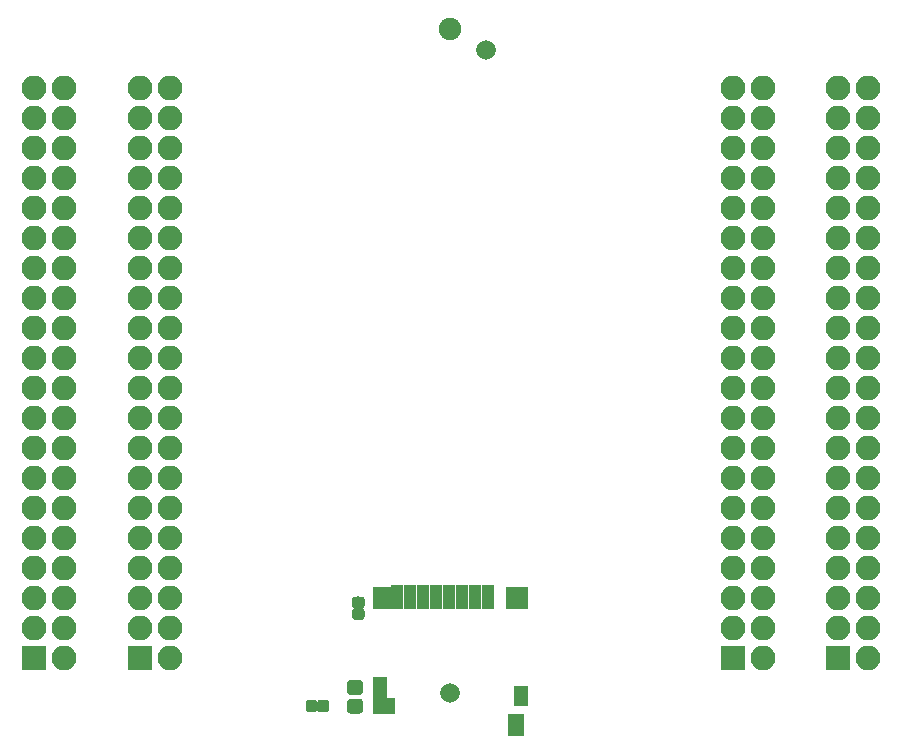
<source format=gbs>
G04 #@! TF.GenerationSoftware,KiCad,Pcbnew,5.0.0-rc3-6a2723a~65~ubuntu16.04.1*
G04 #@! TF.CreationDate,2019-04-26T01:55:19+06:00*
G04 #@! TF.ProjectId,ICE40ADP,49434534304144502E6B696361645F70,rev?*
G04 #@! TF.SameCoordinates,Original*
G04 #@! TF.FileFunction,Soldermask,Bot*
G04 #@! TF.FilePolarity,Negative*
%FSLAX46Y46*%
G04 Gerber Fmt 4.6, Leading zero omitted, Abs format (unit mm)*
G04 Created by KiCad (PCBNEW 5.0.0-rc3-6a2723a~65~ubuntu16.04.1) date Fri Apr 26 01:55:19 2019*
%MOMM*%
%LPD*%
G01*
G04 APERTURE LIST*
%ADD10R,2.100000X2.100000*%
%ADD11O,2.100000X2.100000*%
%ADD12C,1.670000*%
%ADD13C,0.100000*%
%ADD14C,0.990000*%
%ADD15C,1.275000*%
%ADD16R,1.100000X2.150000*%
%ADD17R,1.700000X1.900000*%
%ADD18R,1.200000X1.900000*%
%ADD19R,1.850000X1.400000*%
%ADD20R,1.200000X1.800000*%
%ADD21R,1.900000X1.900000*%
%ADD22R,1.400000X1.950000*%
%ADD23C,1.900000*%
G04 APERTURE END LIST*
D10*
G04 #@! TO.C,J1*
X111100000Y-127200000D03*
D11*
X113640000Y-127200000D03*
X111100000Y-124660000D03*
X113640000Y-124660000D03*
X111100000Y-122120000D03*
X113640000Y-122120000D03*
X111100000Y-119580000D03*
X113640000Y-119580000D03*
X111100000Y-117040000D03*
X113640000Y-117040000D03*
X111100000Y-114500000D03*
X113640000Y-114500000D03*
X111100000Y-111960000D03*
X113640000Y-111960000D03*
X111100000Y-109420000D03*
X113640000Y-109420000D03*
X111100000Y-106880000D03*
X113640000Y-106880000D03*
X111100000Y-104340000D03*
X113640000Y-104340000D03*
X111100000Y-101800000D03*
X113640000Y-101800000D03*
X111100000Y-99260000D03*
X113640000Y-99260000D03*
X111100000Y-96720000D03*
X113640000Y-96720000D03*
X111100000Y-94180000D03*
X113640000Y-94180000D03*
X111100000Y-91640000D03*
X113640000Y-91640000D03*
X111100000Y-89100000D03*
X113640000Y-89100000D03*
X111100000Y-86560000D03*
X113640000Y-86560000D03*
X111100000Y-84020000D03*
X113640000Y-84020000D03*
X111100000Y-81480000D03*
X113640000Y-81480000D03*
X111100000Y-78940000D03*
X113640000Y-78940000D03*
G04 #@! TD*
G04 #@! TO.C,J2*
X122590000Y-78940000D03*
X120050000Y-78940000D03*
X122590000Y-81480000D03*
X120050000Y-81480000D03*
X122590000Y-84020000D03*
X120050000Y-84020000D03*
X122590000Y-86560000D03*
X120050000Y-86560000D03*
X122590000Y-89100000D03*
X120050000Y-89100000D03*
X122590000Y-91640000D03*
X120050000Y-91640000D03*
X122590000Y-94180000D03*
X120050000Y-94180000D03*
X122590000Y-96720000D03*
X120050000Y-96720000D03*
X122590000Y-99260000D03*
X120050000Y-99260000D03*
X122590000Y-101800000D03*
X120050000Y-101800000D03*
X122590000Y-104340000D03*
X120050000Y-104340000D03*
X122590000Y-106880000D03*
X120050000Y-106880000D03*
X122590000Y-109420000D03*
X120050000Y-109420000D03*
X122590000Y-111960000D03*
X120050000Y-111960000D03*
X122590000Y-114500000D03*
X120050000Y-114500000D03*
X122590000Y-117040000D03*
X120050000Y-117040000D03*
X122590000Y-119580000D03*
X120050000Y-119580000D03*
X122590000Y-122120000D03*
X120050000Y-122120000D03*
X122590000Y-124660000D03*
X120050000Y-124660000D03*
X122590000Y-127200000D03*
D10*
X120050000Y-127200000D03*
G04 #@! TD*
G04 #@! TO.C,J3*
X170300000Y-127200000D03*
D11*
X172840000Y-127200000D03*
X170300000Y-124660000D03*
X172840000Y-124660000D03*
X170300000Y-122120000D03*
X172840000Y-122120000D03*
X170300000Y-119580000D03*
X172840000Y-119580000D03*
X170300000Y-117040000D03*
X172840000Y-117040000D03*
X170300000Y-114500000D03*
X172840000Y-114500000D03*
X170300000Y-111960000D03*
X172840000Y-111960000D03*
X170300000Y-109420000D03*
X172840000Y-109420000D03*
X170300000Y-106880000D03*
X172840000Y-106880000D03*
X170300000Y-104340000D03*
X172840000Y-104340000D03*
X170300000Y-101800000D03*
X172840000Y-101800000D03*
X170300000Y-99260000D03*
X172840000Y-99260000D03*
X170300000Y-96720000D03*
X172840000Y-96720000D03*
X170300000Y-94180000D03*
X172840000Y-94180000D03*
X170300000Y-91640000D03*
X172840000Y-91640000D03*
X170300000Y-89100000D03*
X172840000Y-89100000D03*
X170300000Y-86560000D03*
X172840000Y-86560000D03*
X170300000Y-84020000D03*
X172840000Y-84020000D03*
X170300000Y-81480000D03*
X172840000Y-81480000D03*
X170300000Y-78940000D03*
X172840000Y-78940000D03*
G04 #@! TD*
G04 #@! TO.C,J4*
X181740000Y-78940000D03*
X179200000Y-78940000D03*
X181740000Y-81480000D03*
X179200000Y-81480000D03*
X181740000Y-84020000D03*
X179200000Y-84020000D03*
X181740000Y-86560000D03*
X179200000Y-86560000D03*
X181740000Y-89100000D03*
X179200000Y-89100000D03*
X181740000Y-91640000D03*
X179200000Y-91640000D03*
X181740000Y-94180000D03*
X179200000Y-94180000D03*
X181740000Y-96720000D03*
X179200000Y-96720000D03*
X181740000Y-99260000D03*
X179200000Y-99260000D03*
X181740000Y-101800000D03*
X179200000Y-101800000D03*
X181740000Y-104340000D03*
X179200000Y-104340000D03*
X181740000Y-106880000D03*
X179200000Y-106880000D03*
X181740000Y-109420000D03*
X179200000Y-109420000D03*
X181740000Y-111960000D03*
X179200000Y-111960000D03*
X181740000Y-114500000D03*
X179200000Y-114500000D03*
X181740000Y-117040000D03*
X179200000Y-117040000D03*
X181740000Y-119580000D03*
X179200000Y-119580000D03*
X181740000Y-122120000D03*
X179200000Y-122120000D03*
X181740000Y-124660000D03*
X179200000Y-124660000D03*
X181740000Y-127200000D03*
D10*
X179200000Y-127200000D03*
G04 #@! TD*
D12*
G04 #@! TO.C,J5*
X146350000Y-130090000D03*
X149400000Y-75710000D03*
G04 #@! TD*
D13*
G04 #@! TO.C,C1*
G36*
X138871759Y-122941192D02*
X138895785Y-122944756D01*
X138919345Y-122950657D01*
X138942214Y-122958840D01*
X138964171Y-122969224D01*
X138985004Y-122981711D01*
X139004512Y-122996180D01*
X139022509Y-123012491D01*
X139038820Y-123030488D01*
X139053289Y-123049996D01*
X139065776Y-123070829D01*
X139076160Y-123092786D01*
X139084343Y-123115655D01*
X139090244Y-123139215D01*
X139093808Y-123163241D01*
X139095000Y-123187500D01*
X139095000Y-123682500D01*
X139093808Y-123706759D01*
X139090244Y-123730785D01*
X139084343Y-123754345D01*
X139076160Y-123777214D01*
X139065776Y-123799171D01*
X139053289Y-123820004D01*
X139038820Y-123839512D01*
X139022509Y-123857509D01*
X139004512Y-123873820D01*
X138985004Y-123888289D01*
X138964171Y-123900776D01*
X138942214Y-123911160D01*
X138919345Y-123919343D01*
X138895785Y-123925244D01*
X138871759Y-123928808D01*
X138847500Y-123930000D01*
X138302500Y-123930000D01*
X138278241Y-123928808D01*
X138254215Y-123925244D01*
X138230655Y-123919343D01*
X138207786Y-123911160D01*
X138185829Y-123900776D01*
X138164996Y-123888289D01*
X138145488Y-123873820D01*
X138127491Y-123857509D01*
X138111180Y-123839512D01*
X138096711Y-123820004D01*
X138084224Y-123799171D01*
X138073840Y-123777214D01*
X138065657Y-123754345D01*
X138059756Y-123730785D01*
X138056192Y-123706759D01*
X138055000Y-123682500D01*
X138055000Y-123187500D01*
X138056192Y-123163241D01*
X138059756Y-123139215D01*
X138065657Y-123115655D01*
X138073840Y-123092786D01*
X138084224Y-123070829D01*
X138096711Y-123049996D01*
X138111180Y-123030488D01*
X138127491Y-123012491D01*
X138145488Y-122996180D01*
X138164996Y-122981711D01*
X138185829Y-122969224D01*
X138207786Y-122958840D01*
X138230655Y-122950657D01*
X138254215Y-122944756D01*
X138278241Y-122941192D01*
X138302500Y-122940000D01*
X138847500Y-122940000D01*
X138871759Y-122941192D01*
X138871759Y-122941192D01*
G37*
D14*
X138575000Y-123435000D03*
D13*
G36*
X138871759Y-121971192D02*
X138895785Y-121974756D01*
X138919345Y-121980657D01*
X138942214Y-121988840D01*
X138964171Y-121999224D01*
X138985004Y-122011711D01*
X139004512Y-122026180D01*
X139022509Y-122042491D01*
X139038820Y-122060488D01*
X139053289Y-122079996D01*
X139065776Y-122100829D01*
X139076160Y-122122786D01*
X139084343Y-122145655D01*
X139090244Y-122169215D01*
X139093808Y-122193241D01*
X139095000Y-122217500D01*
X139095000Y-122712500D01*
X139093808Y-122736759D01*
X139090244Y-122760785D01*
X139084343Y-122784345D01*
X139076160Y-122807214D01*
X139065776Y-122829171D01*
X139053289Y-122850004D01*
X139038820Y-122869512D01*
X139022509Y-122887509D01*
X139004512Y-122903820D01*
X138985004Y-122918289D01*
X138964171Y-122930776D01*
X138942214Y-122941160D01*
X138919345Y-122949343D01*
X138895785Y-122955244D01*
X138871759Y-122958808D01*
X138847500Y-122960000D01*
X138302500Y-122960000D01*
X138278241Y-122958808D01*
X138254215Y-122955244D01*
X138230655Y-122949343D01*
X138207786Y-122941160D01*
X138185829Y-122930776D01*
X138164996Y-122918289D01*
X138145488Y-122903820D01*
X138127491Y-122887509D01*
X138111180Y-122869512D01*
X138096711Y-122850004D01*
X138084224Y-122829171D01*
X138073840Y-122807214D01*
X138065657Y-122784345D01*
X138059756Y-122760785D01*
X138056192Y-122736759D01*
X138055000Y-122712500D01*
X138055000Y-122217500D01*
X138056192Y-122193241D01*
X138059756Y-122169215D01*
X138065657Y-122145655D01*
X138073840Y-122122786D01*
X138084224Y-122100829D01*
X138096711Y-122079996D01*
X138111180Y-122060488D01*
X138127491Y-122042491D01*
X138145488Y-122026180D01*
X138164996Y-122011711D01*
X138185829Y-121999224D01*
X138207786Y-121988840D01*
X138230655Y-121980657D01*
X138254215Y-121974756D01*
X138278241Y-121971192D01*
X138302500Y-121970000D01*
X138847500Y-121970000D01*
X138871759Y-121971192D01*
X138871759Y-121971192D01*
G37*
D14*
X138575000Y-122465000D03*
G04 #@! TD*
D13*
G04 #@! TO.C,D1*
G36*
X138687493Y-129026535D02*
X138718435Y-129031125D01*
X138748778Y-129038725D01*
X138778230Y-129049263D01*
X138806508Y-129062638D01*
X138833338Y-129078719D01*
X138858463Y-129097353D01*
X138881640Y-129118360D01*
X138902647Y-129141537D01*
X138921281Y-129166662D01*
X138937362Y-129193492D01*
X138950737Y-129221770D01*
X138961275Y-129251222D01*
X138968875Y-129281565D01*
X138973465Y-129312507D01*
X138975000Y-129343750D01*
X138975000Y-129981250D01*
X138973465Y-130012493D01*
X138968875Y-130043435D01*
X138961275Y-130073778D01*
X138950737Y-130103230D01*
X138937362Y-130131508D01*
X138921281Y-130158338D01*
X138902647Y-130183463D01*
X138881640Y-130206640D01*
X138858463Y-130227647D01*
X138833338Y-130246281D01*
X138806508Y-130262362D01*
X138778230Y-130275737D01*
X138748778Y-130286275D01*
X138718435Y-130293875D01*
X138687493Y-130298465D01*
X138656250Y-130300000D01*
X137943750Y-130300000D01*
X137912507Y-130298465D01*
X137881565Y-130293875D01*
X137851222Y-130286275D01*
X137821770Y-130275737D01*
X137793492Y-130262362D01*
X137766662Y-130246281D01*
X137741537Y-130227647D01*
X137718360Y-130206640D01*
X137697353Y-130183463D01*
X137678719Y-130158338D01*
X137662638Y-130131508D01*
X137649263Y-130103230D01*
X137638725Y-130073778D01*
X137631125Y-130043435D01*
X137626535Y-130012493D01*
X137625000Y-129981250D01*
X137625000Y-129343750D01*
X137626535Y-129312507D01*
X137631125Y-129281565D01*
X137638725Y-129251222D01*
X137649263Y-129221770D01*
X137662638Y-129193492D01*
X137678719Y-129166662D01*
X137697353Y-129141537D01*
X137718360Y-129118360D01*
X137741537Y-129097353D01*
X137766662Y-129078719D01*
X137793492Y-129062638D01*
X137821770Y-129049263D01*
X137851222Y-129038725D01*
X137881565Y-129031125D01*
X137912507Y-129026535D01*
X137943750Y-129025000D01*
X138656250Y-129025000D01*
X138687493Y-129026535D01*
X138687493Y-129026535D01*
G37*
D15*
X138300000Y-129662500D03*
D13*
G36*
X138687493Y-130601535D02*
X138718435Y-130606125D01*
X138748778Y-130613725D01*
X138778230Y-130624263D01*
X138806508Y-130637638D01*
X138833338Y-130653719D01*
X138858463Y-130672353D01*
X138881640Y-130693360D01*
X138902647Y-130716537D01*
X138921281Y-130741662D01*
X138937362Y-130768492D01*
X138950737Y-130796770D01*
X138961275Y-130826222D01*
X138968875Y-130856565D01*
X138973465Y-130887507D01*
X138975000Y-130918750D01*
X138975000Y-131556250D01*
X138973465Y-131587493D01*
X138968875Y-131618435D01*
X138961275Y-131648778D01*
X138950737Y-131678230D01*
X138937362Y-131706508D01*
X138921281Y-131733338D01*
X138902647Y-131758463D01*
X138881640Y-131781640D01*
X138858463Y-131802647D01*
X138833338Y-131821281D01*
X138806508Y-131837362D01*
X138778230Y-131850737D01*
X138748778Y-131861275D01*
X138718435Y-131868875D01*
X138687493Y-131873465D01*
X138656250Y-131875000D01*
X137943750Y-131875000D01*
X137912507Y-131873465D01*
X137881565Y-131868875D01*
X137851222Y-131861275D01*
X137821770Y-131850737D01*
X137793492Y-131837362D01*
X137766662Y-131821281D01*
X137741537Y-131802647D01*
X137718360Y-131781640D01*
X137697353Y-131758463D01*
X137678719Y-131733338D01*
X137662638Y-131706508D01*
X137649263Y-131678230D01*
X137638725Y-131648778D01*
X137631125Y-131618435D01*
X137626535Y-131587493D01*
X137625000Y-131556250D01*
X137625000Y-130918750D01*
X137626535Y-130887507D01*
X137631125Y-130856565D01*
X137638725Y-130826222D01*
X137649263Y-130796770D01*
X137662638Y-130768492D01*
X137678719Y-130741662D01*
X137697353Y-130716537D01*
X137718360Y-130693360D01*
X137741537Y-130672353D01*
X137766662Y-130653719D01*
X137793492Y-130637638D01*
X137821770Y-130624263D01*
X137851222Y-130613725D01*
X137881565Y-130606125D01*
X137912507Y-130601535D01*
X137943750Y-130600000D01*
X138656250Y-130600000D01*
X138687493Y-130601535D01*
X138687493Y-130601535D01*
G37*
D15*
X138300000Y-131237500D03*
G04 #@! TD*
D16*
G04 #@! TO.C,J6*
X141845001Y-122000001D03*
D17*
X140645001Y-122125001D03*
D18*
X140395001Y-129725001D03*
D19*
X140720001Y-131225001D03*
D20*
X152345001Y-130375001D03*
D16*
X142945001Y-122000001D03*
X144045001Y-122000001D03*
X145145001Y-122000001D03*
X146245001Y-122000001D03*
X147345001Y-122000001D03*
X148445001Y-122000001D03*
X149545001Y-122000001D03*
D21*
X151995001Y-122125001D03*
D22*
X151945001Y-132800001D03*
G04 #@! TD*
D13*
G04 #@! TO.C,R1*
G36*
X134886759Y-130706192D02*
X134910785Y-130709756D01*
X134934345Y-130715657D01*
X134957214Y-130723840D01*
X134979171Y-130734224D01*
X135000004Y-130746711D01*
X135019512Y-130761180D01*
X135037509Y-130777491D01*
X135053820Y-130795488D01*
X135068289Y-130814996D01*
X135080776Y-130835829D01*
X135091160Y-130857786D01*
X135099343Y-130880655D01*
X135105244Y-130904215D01*
X135108808Y-130928241D01*
X135110000Y-130952500D01*
X135110000Y-131497500D01*
X135108808Y-131521759D01*
X135105244Y-131545785D01*
X135099343Y-131569345D01*
X135091160Y-131592214D01*
X135080776Y-131614171D01*
X135068289Y-131635004D01*
X135053820Y-131654512D01*
X135037509Y-131672509D01*
X135019512Y-131688820D01*
X135000004Y-131703289D01*
X134979171Y-131715776D01*
X134957214Y-131726160D01*
X134934345Y-131734343D01*
X134910785Y-131740244D01*
X134886759Y-131743808D01*
X134862500Y-131745000D01*
X134367500Y-131745000D01*
X134343241Y-131743808D01*
X134319215Y-131740244D01*
X134295655Y-131734343D01*
X134272786Y-131726160D01*
X134250829Y-131715776D01*
X134229996Y-131703289D01*
X134210488Y-131688820D01*
X134192491Y-131672509D01*
X134176180Y-131654512D01*
X134161711Y-131635004D01*
X134149224Y-131614171D01*
X134138840Y-131592214D01*
X134130657Y-131569345D01*
X134124756Y-131545785D01*
X134121192Y-131521759D01*
X134120000Y-131497500D01*
X134120000Y-130952500D01*
X134121192Y-130928241D01*
X134124756Y-130904215D01*
X134130657Y-130880655D01*
X134138840Y-130857786D01*
X134149224Y-130835829D01*
X134161711Y-130814996D01*
X134176180Y-130795488D01*
X134192491Y-130777491D01*
X134210488Y-130761180D01*
X134229996Y-130746711D01*
X134250829Y-130734224D01*
X134272786Y-130723840D01*
X134295655Y-130715657D01*
X134319215Y-130709756D01*
X134343241Y-130706192D01*
X134367500Y-130705000D01*
X134862500Y-130705000D01*
X134886759Y-130706192D01*
X134886759Y-130706192D01*
G37*
D14*
X134615000Y-131225000D03*
D13*
G36*
X135856759Y-130706192D02*
X135880785Y-130709756D01*
X135904345Y-130715657D01*
X135927214Y-130723840D01*
X135949171Y-130734224D01*
X135970004Y-130746711D01*
X135989512Y-130761180D01*
X136007509Y-130777491D01*
X136023820Y-130795488D01*
X136038289Y-130814996D01*
X136050776Y-130835829D01*
X136061160Y-130857786D01*
X136069343Y-130880655D01*
X136075244Y-130904215D01*
X136078808Y-130928241D01*
X136080000Y-130952500D01*
X136080000Y-131497500D01*
X136078808Y-131521759D01*
X136075244Y-131545785D01*
X136069343Y-131569345D01*
X136061160Y-131592214D01*
X136050776Y-131614171D01*
X136038289Y-131635004D01*
X136023820Y-131654512D01*
X136007509Y-131672509D01*
X135989512Y-131688820D01*
X135970004Y-131703289D01*
X135949171Y-131715776D01*
X135927214Y-131726160D01*
X135904345Y-131734343D01*
X135880785Y-131740244D01*
X135856759Y-131743808D01*
X135832500Y-131745000D01*
X135337500Y-131745000D01*
X135313241Y-131743808D01*
X135289215Y-131740244D01*
X135265655Y-131734343D01*
X135242786Y-131726160D01*
X135220829Y-131715776D01*
X135199996Y-131703289D01*
X135180488Y-131688820D01*
X135162491Y-131672509D01*
X135146180Y-131654512D01*
X135131711Y-131635004D01*
X135119224Y-131614171D01*
X135108840Y-131592214D01*
X135100657Y-131569345D01*
X135094756Y-131545785D01*
X135091192Y-131521759D01*
X135090000Y-131497500D01*
X135090000Y-130952500D01*
X135091192Y-130928241D01*
X135094756Y-130904215D01*
X135100657Y-130880655D01*
X135108840Y-130857786D01*
X135119224Y-130835829D01*
X135131711Y-130814996D01*
X135146180Y-130795488D01*
X135162491Y-130777491D01*
X135180488Y-130761180D01*
X135199996Y-130746711D01*
X135220829Y-130734224D01*
X135242786Y-130723840D01*
X135265655Y-130715657D01*
X135289215Y-130709756D01*
X135313241Y-130706192D01*
X135337500Y-130705000D01*
X135832500Y-130705000D01*
X135856759Y-130706192D01*
X135856759Y-130706192D01*
G37*
D14*
X135585000Y-131225000D03*
G04 #@! TD*
D23*
G04 #@! TO.C,TP1*
X146350000Y-73950000D03*
G04 #@! TD*
M02*

</source>
